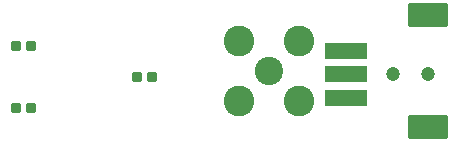
<source format=gbr>
%TF.GenerationSoftware,KiCad,Pcbnew,6.0.0-rc1-unknown-fbdb2bd91f~144~ubuntu20.04.1*%
%TF.CreationDate,2021-12-08T11:49:30+07:00*%
%TF.ProjectId,diff-probe,64696666-2d70-4726-9f62-652e6b696361,rev?*%
%TF.SameCoordinates,Original*%
%TF.FileFunction,Soldermask,Bot*%
%TF.FilePolarity,Negative*%
%FSLAX46Y46*%
G04 Gerber Fmt 4.6, Leading zero omitted, Abs format (unit mm)*
G04 Created by KiCad (PCBNEW 6.0.0-rc1-unknown-fbdb2bd91f~144~ubuntu20.04.1) date 2021-12-08 11:49:30*
%MOMM*%
%LPD*%
G01*
G04 APERTURE LIST*
G04 Aperture macros list*
%AMRoundRect*
0 Rectangle with rounded corners*
0 $1 Rounding radius*
0 $2 $3 $4 $5 $6 $7 $8 $9 X,Y pos of 4 corners*
0 Add a 4 corners polygon primitive as box body*
4,1,4,$2,$3,$4,$5,$6,$7,$8,$9,$2,$3,0*
0 Add four circle primitives for the rounded corners*
1,1,$1+$1,$2,$3*
1,1,$1+$1,$4,$5*
1,1,$1+$1,$6,$7*
1,1,$1+$1,$8,$9*
0 Add four rect primitives between the rounded corners*
20,1,$1+$1,$2,$3,$4,$5,0*
20,1,$1+$1,$4,$5,$6,$7,0*
20,1,$1+$1,$6,$7,$8,$9,0*
20,1,$1+$1,$8,$9,$2,$3,0*%
G04 Aperture macros list end*
%ADD10C,2.401600*%
%ADD11C,2.601600*%
%ADD12C,1.200000*%
%ADD13RoundRect,0.050800X-1.750000X0.600000X-1.750000X-0.600000X1.750000X-0.600000X1.750000X0.600000X0*%
%ADD14RoundRect,0.050800X-1.650000X0.950000X-1.650000X-0.950000X1.650000X-0.950000X1.650000X0.950000X0*%
%ADD15RoundRect,0.150800X-0.300000X-0.300000X0.300000X-0.300000X0.300000X0.300000X-0.300000X0.300000X0*%
%ADD16RoundRect,0.150800X0.300000X0.300000X-0.300000X0.300000X-0.300000X-0.300000X0.300000X-0.300000X0*%
G04 APERTURE END LIST*
D10*
%TO.C,X2*%
X157751100Y-98003600D03*
D11*
X155201200Y-95453700D03*
X160301000Y-95453700D03*
X160301000Y-100553500D03*
X155201200Y-100553500D03*
%TD*%
D12*
%TO.C,J4*%
X171251100Y-98303600D03*
X168251100Y-98303600D03*
D13*
X164301100Y-96303600D03*
X164301100Y-98303600D03*
X164301100Y-100303600D03*
D14*
X171251100Y-102753600D03*
X171251100Y-93253600D03*
%TD*%
D15*
%TO.C,R27*%
X136376100Y-101128600D03*
D16*
X137626100Y-101128600D03*
%TD*%
D15*
%TO.C,R37*%
X136376100Y-95878600D03*
D16*
X137626100Y-95878600D03*
%TD*%
D15*
%TO.C,R38*%
X146626100Y-98503600D03*
D16*
X147876100Y-98503600D03*
%TD*%
M02*

</source>
